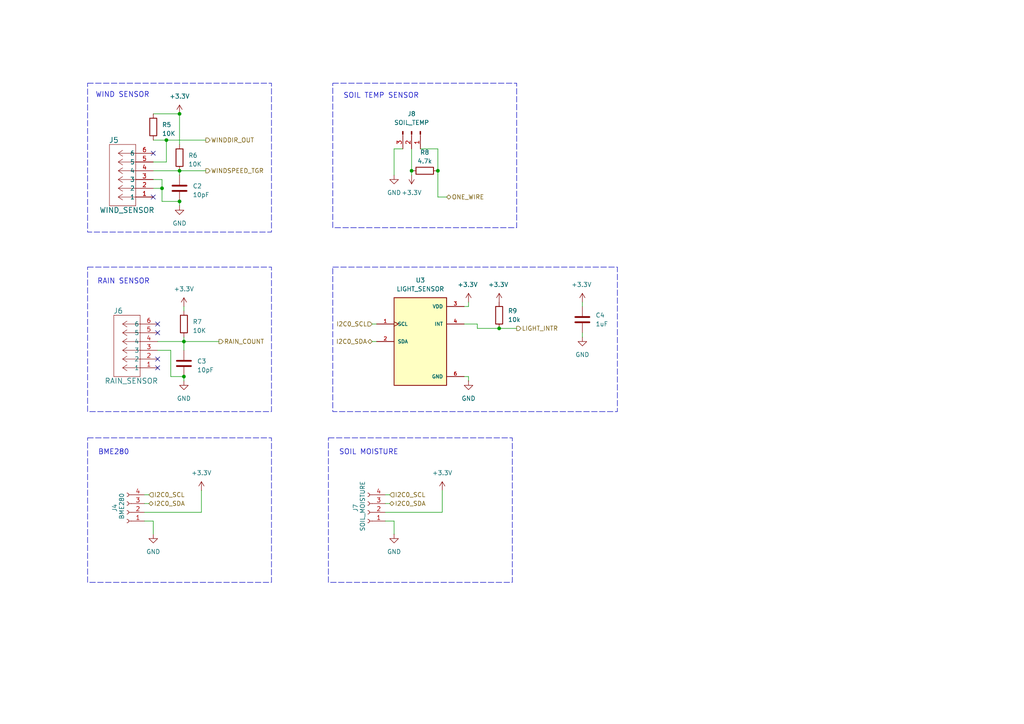
<source format=kicad_sch>
(kicad_sch (version 20231120) (generator "eeschema") (generator_version "8.0")
  (paper "A4")
  (lib_symbols
    (symbol "Connector:Conn_01x03_Pin" (pin_names (offset 1.016) hide)
      (property "Reference" "J" (at 0 5.08 0))
      (property "Value" "Conn_01x03_Pin" (at 0 -5.08 0))
      (symbol "Conn_01x03_Pin_1_1"
        (polyline (pts (xy 1.27 -2.54) (xy 0.8636 -2.54)) (stroke (width 0.1524)))
        (polyline (pts (xy 1.27 0) (xy 0.8636 0)) (stroke (width 0.1524)))
        (polyline (pts (xy 1.27 2.54) (xy 0.8636 2.54)) (stroke (width 0.1524)))
        (rectangle (start 0.8636 -2.413) (end 0 -2.667) (stroke (width 0.1524)) (fill (type outline)))
        (rectangle (start 0.8636 0.127) (end 0 -0.127) (stroke (width 0.1524)) (fill (type outline)))
        (rectangle (start 0.8636 2.667) (end 0 2.413) (stroke (width 0.1524)) (fill (type outline)))
        (pin passive line (at 5.08 2.54 180) (length 3.81) (name "Pin_1") (number "1"))
        (pin passive line (at 5.08 0 180) (length 3.81) (name "Pin_2") (number "2"))
        (pin passive line (at 5.08 -2.54 180) (length 3.81) (name "Pin_3") (number "3"))
      )
    )
    (symbol "Connector:Conn_01x04_Socket" (pin_names (offset 1.016) hide)
      (property "Reference" "J" (at 0 5.08 0))
      (property "Value" "Conn_01x04_Socket" (at 0 -7.62 0))
      (symbol "Conn_01x04_Socket_1_1"
        (arc (start 0 -4.572) (mid -0.5058 -5.08) (end 0 -5.588) (stroke (width 0.1524)))
        (arc (start 0 -2.032) (mid -0.5058 -2.54) (end 0 -3.048) (stroke (width 0.1524)))
        (polyline (pts (xy -1.27 -5.08) (xy -0.508 -5.08)) (stroke (width 0.1524)))
        (polyline (pts (xy -1.27 -2.54) (xy -0.508 -2.54)) (stroke (width 0.1524)))
        (polyline (pts (xy -1.27 0) (xy -0.508 0)) (stroke (width 0.1524)))
        (polyline (pts (xy -1.27 2.54) (xy -0.508 2.54)) (stroke (width 0.1524)))
        (arc (start 0 0.508) (mid -0.5058 0) (end 0 -0.508) (stroke (width 0.1524)))
        (arc (start 0 3.048) (mid -0.5058 2.54) (end 0 2.032) (stroke (width 0.1524)))
        (pin passive line (at -5.08 2.54 0) (length 3.81) (name "Pin_1") (number "1"))
        (pin passive line (at -5.08 0 0) (length 3.81) (name "Pin_2") (number "2"))
        (pin passive line (at -5.08 -2.54 0) (length 3.81) (name "Pin_3") (number "3"))
        (pin passive line (at -5.08 -5.08 0) (length 3.81) (name "Pin_4") (number "4"))
      )
    )
    (symbol "Device:C" (pin_numbers hide) (pin_names (offset 0.254))
      (property "Reference" "C" (at 0.635 2.54 0))
      (property "Value" "C" (at 0.635 -2.54 0))
      (symbol "C_0_1"
        (polyline (pts (xy -2.032 -0.762) (xy 2.032 -0.762)) (stroke (width 0.508)))
        (polyline (pts (xy -2.032 0.762) (xy 2.032 0.762)) (stroke (width 0.508)))
      )
      (symbol "C_1_1"
        (pin passive line (at 0 3.81 270) (length 2.794) (name "~") (number "1"))
        (pin passive line (at 0 -3.81 90) (length 2.794) (name "~") (number "2"))
      )
    )
    (symbol "Device:R" (pin_numbers hide) (pin_names (offset 0))
      (property "Reference" "R" (at 2.032 0 90))
      (property "Value" "R" (at 0 0 90))
      (symbol "R_0_1"
        (rectangle (start -1.016 -2.54) (end 1.016 2.54) (stroke (width 0.254)))
      )
      (symbol "R_1_1"
        (pin passive line (at 0 3.81 270) (length 1.27) (name "~") (number "1"))
        (pin passive line (at 0 -3.81 90) (length 1.27) (name "~") (number "2"))
      )
    )
    (symbol "GND_1" (power) (pin_numbers hide) (pin_names (offset 0) hide)
      (property "Value" "GND" (at 0 -3.81 0))
      (symbol "GND_1_0_1"
        (polyline (pts (xy 0 0) (xy 0 -1.27) (xy 1.27 -1.27) (xy 0 -2.54) (xy -1.27 -1.27) (xy 0 -1.27)))
      )
      (symbol "GND_1_1_1"
        (pin power_in line (at 0 0 270) (length 0) (name "~") (number "1"))
      )
    )
    (symbol "GND_2" (power) (pin_numbers hide) (pin_names (offset 0) hide)
      (property "Value" "GND" (at 0 -3.81 0))
      (symbol "GND_2_0_1"
        (polyline (pts (xy 0 0) (xy 0 -1.27) (xy 1.27 -1.27) (xy 0 -2.54) (xy -1.27 -1.27) (xy 0 -1.27)))
      )
      (symbol "GND_2_1_1"
        (pin power_in line (at 0 0 270) (length 0) (name "~") (number "1"))
      )
    )
    (symbol "Weather_Sensors:5555165-1" (pin_names (offset 0.254))
      (property "Reference" "J" (at 5.08 3.81 0))
      (property "Value" "5555165-1" (at 11.43 -16.51 0))
      (symbol "5555165-1_1_1"
        (polyline (pts (xy 5.08 -15.24) (xy 12.7 -15.24)) (stroke (width 0.127)))
        (polyline (pts (xy 5.08 2.54) (xy 5.08 -15.24)) (stroke (width 0.127)))
        (polyline (pts (xy 10.16 -12.7) (xy 5.08 -12.7)) (stroke (width 0.127)))
        (polyline (pts (xy 10.16 -12.7) (xy 8.89 -13.5467)) (stroke (width 0.127)))
        (polyline (pts (xy 10.16 -12.7) (xy 8.89 -11.8533)) (stroke (width 0.127)))
        (polyline (pts (xy 10.16 -10.16) (xy 5.08 -10.16)) (stroke (width 0.127)))
        (polyline (pts (xy 10.16 -10.16) (xy 8.89 -11.0067)) (stroke (width 0.127)))
        (polyline (pts (xy 10.16 -10.16) (xy 8.89 -9.3133)) (stroke (width 0.127)))
        (polyline (pts (xy 10.16 -7.62) (xy 5.08 -7.62)) (stroke (width 0.127)))
        (polyline (pts (xy 10.16 -7.62) (xy 8.89 -8.4667)) (stroke (width 0.127)))
        (polyline (pts (xy 10.16 -7.62) (xy 8.89 -6.7733)) (stroke (width 0.127)))
        (polyline (pts (xy 10.16 -5.08) (xy 5.08 -5.08)) (stroke (width 0.127)))
        (polyline (pts (xy 10.16 -5.08) (xy 8.89 -5.9267)) (stroke (width 0.127)))
        (polyline (pts (xy 10.16 -5.08) (xy 8.89 -4.2333)) (stroke (width 0.127)))
        (polyline (pts (xy 10.16 -2.54) (xy 5.08 -2.54)) (stroke (width 0.127)))
        (polyline (pts (xy 10.16 -2.54) (xy 8.89 -3.3867)) (stroke (width 0.127)))
        (polyline (pts (xy 10.16 -2.54) (xy 8.89 -1.6933)) (stroke (width 0.127)))
        (polyline (pts (xy 10.16 0) (xy 5.08 0)) (stroke (width 0.127)))
        (polyline (pts (xy 10.16 0) (xy 8.89 -0.8467)) (stroke (width 0.127)))
        (polyline (pts (xy 10.16 0) (xy 8.89 0.8467)) (stroke (width 0.127)))
        (polyline (pts (xy 12.7 -15.24) (xy 12.7 2.54)) (stroke (width 0.127)))
        (polyline (pts (xy 12.7 2.54) (xy 5.08 2.54)) (stroke (width 0.127)))
        (pin unspecified line (at 0 0 0) (length 5.08) (name "1") (number "1"))
        (pin unspecified line (at 0 -2.54 0) (length 5.08) (name "2") (number "2"))
        (pin unspecified line (at 0 -5.08 0) (length 5.08) (name "3") (number "3"))
        (pin unspecified line (at 0 -7.62 0) (length 5.08) (name "4") (number "4"))
        (pin unspecified line (at 0 -10.16 0) (length 5.08) (name "5") (number "5"))
        (pin unspecified line (at 0 -12.7 0) (length 5.08) (name "6") (number "6"))
      )
      (symbol "5555165-1_1_2"
        (polyline (pts (xy 5.08 -15.24) (xy 12.7 -15.24)) (stroke (width 0.127)))
        (polyline (pts (xy 5.08 2.54) (xy 5.08 -15.24)) (stroke (width 0.127)))
        (polyline (pts (xy 7.62 -12.7) (xy 5.08 -12.7)) (stroke (width 0.127)))
        (polyline (pts (xy 7.62 -12.7) (xy 8.89 -13.5467)) (stroke (width 0.127)))
        (polyline (pts (xy 7.62 -12.7) (xy 8.89 -11.8533)) (stroke (width 0.127)))
        (polyline (pts (xy 7.62 -10.16) (xy 5.08 -10.16)) (stroke (width 0.127)))
        (polyline (pts (xy 7.62 -10.16) (xy 8.89 -11.0067)) (stroke (width 0.127)))
        (polyline (pts (xy 7.62 -10.16) (xy 8.89 -9.3133)) (stroke (width 0.127)))
        (polyline (pts (xy 7.62 -7.62) (xy 5.08 -7.62)) (stroke (width 0.127)))
        (polyline (pts (xy 7.62 -7.62) (xy 8.89 -8.4667)) (stroke (width 0.127)))
        (polyline (pts (xy 7.62 -7.62) (xy 8.89 -6.7733)) (stroke (width 0.127)))
        (polyline (pts (xy 7.62 -5.08) (xy 5.08 -5.08)) (stroke (width 0.127)))
        (polyline (pts (xy 7.62 -5.08) (xy 8.89 -5.9267)) (stroke (width 0.127)))
        (polyline (pts (xy 7.62 -5.08) (xy 8.89 -4.2333)) (stroke (width 0.127)))
        (polyline (pts (xy 7.62 -2.54) (xy 5.08 -2.54)) (stroke (width 0.127)))
        (polyline (pts (xy 7.62 -2.54) (xy 8.89 -3.3867)) (stroke (width 0.127)))
        (polyline (pts (xy 7.62 -2.54) (xy 8.89 -1.6933)) (stroke (width 0.127)))
        (polyline (pts (xy 7.62 0) (xy 5.08 0)) (stroke (width 0.127)))
        (polyline (pts (xy 7.62 0) (xy 8.89 -0.8467)) (stroke (width 0.127)))
        (polyline (pts (xy 7.62 0) (xy 8.89 0.8467)) (stroke (width 0.127)))
        (polyline (pts (xy 12.7 -15.24) (xy 12.7 2.54)) (stroke (width 0.127)))
        (polyline (pts (xy 12.7 2.54) (xy 5.08 2.54)) (stroke (width 0.127)))
        (pin unspecified line (at 0 0 0) (length 5.08) (name "1") (number "1"))
        (pin unspecified line (at 0 -2.54 0) (length 5.08) (name "2") (number "2"))
        (pin unspecified line (at 0 -5.08 0) (length 5.08) (name "3") (number "3"))
        (pin unspecified line (at 0 -7.62 0) (length 5.08) (name "4") (number "4"))
        (pin unspecified line (at 0 -10.16 0) (length 5.08) (name "5") (number "5"))
        (pin unspecified line (at 0 -12.7 0) (length 5.08) (name "6") (number "6"))
      )
    )
    (symbol "Weather_Sensors:APDS_LightSensor" (pin_names (offset 1.016))
      (property "Reference" "U" (at -7.62 12.7 0))
      (property "Value" "APDS_LightSensor" (at -7.62 -15.24 0))
      (symbol "APDS_LightSensor_0_0"
        (rectangle (start -7.62 -12.7) (end 7.62 12.7) (stroke (width 0.254)) (fill (type background)))
        (pin input clock (at -12.7 5.08 0) (length 5.08) (name "SCL") (number "1"))
        (pin bidirectional line (at -12.7 0 0) (length 5.08) (name "SDA") (number "2"))
        (pin power_in line (at 12.7 10.16 180) (length 5.08) (name "VDD") (number "3"))
        (pin output line (at 12.7 5.08 180) (length 5.08) (name "INT") (number "4"))
        (pin power_in line (at 12.7 -10.16 180) (length 5.08) (name "GND") (number "6"))
      )
    )
    (symbol "power:+3.3V" (power) (pin_numbers hide) (pin_names (offset 0) hide)
      (property "Value" "+3.3V" (at 0 3.556 0))
      (symbol "+3.3V_0_1"
        (polyline (pts (xy -0.762 1.27) (xy 0 2.54)))
        (polyline (pts (xy 0 0) (xy 0 2.54)))
        (polyline (pts (xy 0 2.54) (xy 0.762 1.27)))
      )
      (symbol "+3.3V_1_1"
        (pin power_in line (at 0 0 90) (length 0) (name "~") (number "1"))
      )
    )
    (symbol "power:GND" (power) (pin_names (offset 0))
      (property "Value" "GND" (at 0 -3.81 0))
      (symbol "GND_0_1"
        (polyline (pts (xy 0 0) (xy 0 -1.27) (xy 1.27 -1.27) (xy 0 -2.54) (xy -1.27 -1.27) (xy 0 -1.27)))
      )
      (symbol "GND_1_1"
        (pin power_in line (at 0 0 270) (length 0) hide (name "GND") (number "1"))
      )
    )
    (symbol "power:VCC" (power) (pin_names (offset 0))
      (property "Value" "VCC" (at 0 3.81 0))
      (symbol "VCC_0_1"
        (polyline (pts (xy -0.762 1.27) (xy 0 2.54)))
        (polyline (pts (xy 0 0) (xy 0 2.54)))
        (polyline (pts (xy 0 2.54) (xy 0.762 1.27)))
      )
      (symbol "VCC_1_1"
        (pin power_in line (at 0 0 90) (length 0) hide (name "VCC") (number "1"))
      )
    )
  )
  (junction (at 52.07 33.02))
  (junction (at 119.38 49.53))
  (junction (at 52.07 58.42))
  (junction (at 48.26 40.64))
  (junction (at 144.78 95.25))
  (junction (at 127 49.53))
  (junction (at 53.34 99.06))
  (junction (at 46.99 54.61))
  (junction (at 52.07 49.53))
  (junction (at 53.34 109.22))
  (no_connect (at 45.72 104.14))
  (no_connect (at 44.45 44.45))
  (no_connect (at 44.45 57.15))
  (no_connect (at 45.72 106.68))
  (no_connect (at 45.72 93.98))
  (no_connect (at 45.72 96.52))
  (wire (pts (xy 49.53 109.22) (xy 53.34 109.22)))
  (wire (pts (xy 58.42 148.59) (xy 58.42 142.24)))
  (wire (pts (xy 53.34 88.9) (xy 53.34 90.17)))
  (wire (pts (xy 111.76 146.05) (xy 113.03 146.05)))
  (wire (pts (xy 144.78 95.25) (xy 149.86 95.25)))
  (wire (pts (xy 121.92 43.18) (xy 127 43.18)))
  (wire (pts (xy 119.38 43.18) (xy 119.38 49.53)))
  (wire (pts (xy 114.3 151.13) (xy 114.3 154.94)))
  (wire (pts (xy 44.45 49.53) (xy 52.07 49.53)))
  (wire (pts (xy 114.3 50.8) (xy 114.3 43.18)))
  (wire (pts (xy 127 57.15) (xy 129.54 57.15)))
  (wire (pts (xy 41.91 148.59) (xy 58.42 148.59)))
  (wire (pts (xy 135.89 109.22) (xy 135.89 110.49)))
  (wire (pts (xy 49.53 101.6) (xy 49.53 109.22)))
  (wire (pts (xy 119.38 49.53) (xy 119.38 50.8)))
  (wire (pts (xy 44.45 54.61) (xy 46.99 54.61)))
  (wire (pts (xy 138.43 93.98) (xy 138.43 95.25)))
  (wire (pts (xy 127 43.18) (xy 127 49.53)))
  (wire (pts (xy 41.91 151.13) (xy 44.45 151.13)))
  (wire (pts (xy 127 49.53) (xy 127 57.15)))
  (wire (pts (xy 168.91 96.52) (xy 168.91 97.79)))
  (wire (pts (xy 107.95 93.98) (xy 109.22 93.98)))
  (wire (pts (xy 111.76 148.59) (xy 128.27 148.59)))
  (wire (pts (xy 44.45 33.02) (xy 52.07 33.02)))
  (wire (pts (xy 46.99 54.61) (xy 46.99 58.42)))
  (wire (pts (xy 46.99 52.07) (xy 46.99 54.61)))
  (wire (pts (xy 45.72 99.06) (xy 53.34 99.06)))
  (wire (pts (xy 41.91 143.51) (xy 43.18 143.51)))
  (wire (pts (xy 44.45 52.07) (xy 46.99 52.07)))
  (wire (pts (xy 46.99 58.42) (xy 52.07 58.42)))
  (wire (pts (xy 53.34 97.79) (xy 53.34 99.06)))
  (wire (pts (xy 45.72 101.6) (xy 49.53 101.6)))
  (wire (pts (xy 111.76 151.13) (xy 114.3 151.13)))
  (wire (pts (xy 53.34 99.06) (xy 63.5 99.06)))
  (wire (pts (xy 44.45 46.99) (xy 48.26 46.99)))
  (wire (pts (xy 128.27 148.59) (xy 128.27 142.24)))
  (wire (pts (xy 107.95 99.06) (xy 109.22 99.06)))
  (wire (pts (xy 134.62 109.22) (xy 135.89 109.22)))
  (wire (pts (xy 48.26 40.64) (xy 59.69 40.64)))
  (wire (pts (xy 48.26 46.99) (xy 48.26 40.64)))
  (wire (pts (xy 134.62 93.98) (xy 138.43 93.98)))
  (wire (pts (xy 53.34 99.06) (xy 53.34 101.6)))
  (wire (pts (xy 41.91 146.05) (xy 43.18 146.05)))
  (wire (pts (xy 135.89 88.9) (xy 135.89 87.63)))
  (wire (pts (xy 44.45 151.13) (xy 44.45 154.94)))
  (wire (pts (xy 52.07 49.53) (xy 59.69 49.53)))
  (wire (pts (xy 53.34 109.22) (xy 53.34 110.49)))
  (wire (pts (xy 138.43 95.25) (xy 144.78 95.25)))
  (wire (pts (xy 114.3 43.18) (xy 116.84 43.18)))
  (wire (pts (xy 52.07 49.53) (xy 52.07 50.8)))
  (wire (pts (xy 111.76 143.51) (xy 113.03 143.51)))
  (wire (pts (xy 52.07 33.02) (xy 52.07 41.91)))
  (wire (pts (xy 44.45 40.64) (xy 48.26 40.64)))
  (wire (pts (xy 168.91 87.63) (xy 168.91 88.9)))
  (wire (pts (xy 52.07 58.42) (xy 52.07 59.69)))
  (wire (pts (xy 134.62 88.9) (xy 135.89 88.9)))
  (rectangle (start 25.4 24.13) (end 78.74 67.31) (stroke (width 0) (type dash)))
  (rectangle (start 95.25 127) (end 148.59 168.91) (stroke (width 0) (type dash)))
  (rectangle (start 96.52 77.47) (end 179.07 119.38) (stroke (width 0) (type dash)))
  (rectangle (start 25.4 77.47) (end 78.74 119.38) (stroke (width 0) (type dash)))
  (rectangle (start 25.4 127) (end 78.74 168.91) (stroke (width 0) (type dash)))
  (rectangle (start 96.52 24.13) (end 149.86 66.04) (stroke (width 0) (type dash)))
  (text "SOIL MOISTURE" (at 98.298 132.08 0) (effects (font (size 1.5 1.5)) (justify left bottom)))
  (text "BME280" (at 28.448 132.08 0) (effects (font (size 1.5 1.5)) (justify left bottom)))
  (text "RAIN SENSOR\n" (at 28.194 82.55 0) (effects (font (size 1.5 1.5)) (justify left bottom)))
  (text "SOIL TEMP SENSOR\n" (at 99.568 28.702 0) (effects (font (size 1.5 1.5)) (justify left bottom)))
  (text "WIND SENSOR" (at 27.686 28.448 0) (effects (font (size 1.5 1.5)) (justify left bottom)))
  (hierarchical_label "I2C0_SDA" (shape bidirectional) (at 43.18 146.05 0))
  (hierarchical_label "I2C0_SDA" (shape bidirectional) (at 113.03 146.05 0))
  (hierarchical_label "WINDDIR_OUT" (shape output) (at 59.69 40.64 0))
  (hierarchical_label "I2C0_SCL" (shape input) (at 107.95 93.98 180))
  (hierarchical_label "ONE_WIRE" (shape bidirectional) (at 129.54 57.15 0))
  (hierarchical_label "RAIN_COUNT" (shape output) (at 63.5 99.06 0))
  (hierarchical_label "I2C0_SCL" (shape input) (at 113.03 143.51 0))
  (hierarchical_label "WINDSPEED_TGR" (shape output) (at 59.69 49.53 0))
  (hierarchical_label "I2C0_SDA" (shape bidirectional) (at 107.95 99.06 180))
  (hierarchical_label "LIGHT_INTR" (shape output) (at 149.86 95.25 0))
  (hierarchical_label "I2C0_SCL" (shape input) (at 43.18 143.51 0))
  (symbol (lib_id "Connector:Conn_01x03_Pin") (at 119.38 38.1 270) (unit 1)
    (property "Reference" "J8" (at 119.38 33.02 90))
    (property "Value" "SOIL_TEMP" (at 119.38 35.56 90))
    (property "Footprint" "WeatherStation:Stemma_Vertical_Large" (effects (hide yes)))
  )
  (symbol (lib_id "power:VCC") (at 119.38 50.8 180) (unit 1)
    (property "Reference" "#PWR026" (effects (hide yes)))
    (property "Value" "+3.3V" (at 119.38 55.88 0))
  )
  (symbol (lib_name "GND_1") (lib_id "power:GND") (at 114.3 154.94 0) (unit 1)
    (property "Reference" "#PWR025" (effects (hide yes)))
    (property "Value" "GND" (at 114.3 160.02 0))
    (property "Description" "Power symbol creates a global label with name \"GND\" , ground" (effects (hide yes)))
  )
  (symbol (lib_id "power:VCC") (at 168.91 87.63 0) (unit 1)
    (property "Reference" "#PWR031" (effects (hide yes)))
    (property "Value" "+3.3V" (at 168.656 82.55 0))
  )
  (symbol (lib_id "Device:R") (at 53.34 93.98 0) (unit 1)
    (property "Reference" "R7" (at 55.88 93.345 0) (effects (justify left)))
    (property "Value" "10K" (at 55.88 95.885 0) (effects (justify left)))
    (property "Footprint" "Resistor_SMD:R_0805_2012Metric_Pad1.20x1.40mm_HandSolder" (effects (hide yes)))
  )
  (symbol (lib_id "power:VCC") (at 53.34 88.9 0) (unit 1)
    (property "Reference" "#PWR021" (effects (hide yes)))
    (property "Value" "+3.3V" (at 53.34 83.82 0))
  )
  (symbol (lib_name "GND_2") (lib_id "power:GND") (at 135.89 110.49 0) (unit 1)
    (property "Reference" "#PWR029" (effects (hide yes)))
    (property "Value" "GND" (at 135.89 115.57 0))
    (property "Description" "Power symbol creates a global label with name \"GND\" , ground" (effects (hide yes)))
  )
  (symbol (lib_id "power:GND") (at 53.34 110.49 0) (unit 1)
    (property "Reference" "#PWR022" (effects (hide yes)))
    (property "Value" "GND" (at 53.34 115.57 0))
  )
  (symbol (lib_id "power:VCC") (at 52.07 33.02 0) (unit 1)
    (property "Reference" "#PWR019" (effects (hide yes)))
    (property "Value" "+3.3V" (at 52.07 27.94 0))
  )
  (symbol (lib_id "Device:C") (at 53.34 105.41 0) (unit 1)
    (property "Reference" "C3" (at 57.15 104.775 0) (effects (justify left)))
    (property "Value" "10pF" (at 57.15 107.315 0) (effects (justify left)))
    (property "Footprint" "Capacitor_SMD:C_0805_2012Metric_Pad1.18x1.45mm_HandSolder" (effects (hide yes)))
  )
  (symbol (lib_id "Weather_Sensors:5555165-1") (at 44.45 57.15 180) (unit 1)
    (property "Reference" "J5" (at 33.02 40.64 0) (effects (font (size 1.524 1.524))))
    (property "Value" "WIND_SENSOR" (at 36.83 60.96 0) (effects (font (size 1.524 1.524))))
    (property "Footprint" "WeatherStation:RJ11_SMD" (effects (hide yes)))
    (property "Datasheet" "5555165-1" (effects (hide yes)))
  )
  (symbol (lib_id "power:GND") (at 52.07 59.69 0) (unit 1)
    (property "Reference" "#PWR020" (effects (hide yes)))
    (property "Value" "GND" (at 52.07 64.77 0))
  )
  (symbol (lib_id "Device:R") (at 52.07 45.72 0) (unit 1)
    (property "Reference" "R6" (at 54.61 45.085 0) (effects (justify left)))
    (property "Value" "10K" (at 54.61 47.625 0) (effects (justify left)))
    (property "Footprint" "Resistor_SMD:R_0805_2012Metric_Pad1.20x1.40mm_HandSolder" (effects (hide yes)))
  )
  (symbol (lib_id "Device:C") (at 168.91 92.71 0) (unit 1)
    (property "Reference" "C4" (at 172.72 91.4399 0) (effects (justify left)))
    (property "Value" "1uF" (at 172.72 93.9799 0) (effects (justify left)))
    (property "Footprint" "Capacitor_SMD:C_0805_2012Metric_Pad1.18x1.45mm_HandSolder" (effects (hide yes)))
    (property "Description" "Unpolarized capacitor" (effects (hide yes)))
  )
  (symbol (lib_id "Device:C") (at 52.07 54.61 0) (unit 1)
    (property "Reference" "C2" (at 55.88 53.975 0) (effects (justify left)))
    (property "Value" "10pF" (at 55.88 56.515 0) (effects (justify left)))
    (property "Footprint" "Capacitor_SMD:C_0805_2012Metric_Pad1.18x1.45mm_HandSolder" (effects (hide yes)))
  )
  (symbol (lib_id "power:GND") (at 114.3 50.8 0) (unit 1)
    (property "Reference" "#PWR024" (effects (hide yes)))
    (property "Value" "GND" (at 114.3 55.88 0))
  )
  (symbol (lib_id "Connector:Conn_01x04_Socket") (at 106.68 148.59 180) (unit 1)
    (property "Reference" "J7" (at 103.124 147.32 90))
    (property "Value" "SOIL_MOISTURE" (at 105.156 146.812 90))
    (property "Footprint" "WeatherStation:Stemma_Vertical_Large" (effects (hide yes)))
  )
  (symbol (lib_id "power:+3.3V") (at 58.42 142.24 0) (unit 1)
    (property "Reference" "#PWR023" (effects (hide yes)))
    (property "Value" "+3.3V" (at 58.42 137.16 0))
    (property "Description" "Power symbol creates a global label with name \"+3.3V\"" (effects (hide yes)))
  )
  (symbol (lib_id "Connector:Conn_01x04_Socket") (at 36.83 148.59 180) (unit 1)
    (property "Reference" "J4" (at 33.274 147.32 90))
    (property "Value" "BME280" (at 35.306 146.812 90))
    (property "Footprint" "WeatherStation:StemmaQT_Vertical" (effects (hide yes)))
  )
  (symbol (lib_id "Weather_Sensors:APDS_LightSensor") (at 121.92 99.06 0) (unit 1)
    (property "Reference" "U3" (at 121.92 81.28 0))
    (property "Value" "LIGHT_SENSOR" (at 121.92 83.82 0))
    (property "Footprint" "WeatherStation:APDS_LIGHT_SENSOR" (effects (hide yes)))
    (property "MANUFACTURER" "AVAGO TECHNOLOGIES" (effects (hide yes)))
    (property "STANDARD" "IPC-7351B" (effects (hide yes)))
  )
  (symbol (lib_id "Device:R") (at 44.45 36.83 0) (unit 1)
    (property "Reference" "R5" (at 46.99 36.195 0) (effects (justify left)))
    (property "Value" "10K" (at 46.99 38.735 0) (effects (justify left)))
    (property "Footprint" "Resistor_SMD:R_0805_2012Metric_Pad1.20x1.40mm_HandSolder" (effects (hide yes)))
  )
  (symbol (lib_id "Device:R") (at 144.78 91.44 0) (unit 1)
    (property "Reference" "R9" (at 147.32 90.1699 0) (effects (justify left)))
    (property "Value" "10k" (at 147.32 92.7099 0) (effects (justify left)))
    (property "Footprint" "Resistor_SMD:R_0805_2012Metric_Pad1.20x1.40mm_HandSolder" (effects (hide yes)))
    (property "Description" "Resistor" (effects (hide yes)))
  )
  (symbol (lib_name "GND_1") (lib_id "power:GND") (at 44.45 154.94 0) (unit 1)
    (property "Reference" "#PWR018" (effects (hide yes)))
    (property "Value" "GND" (at 44.45 160.02 0))
    (property "Description" "Power symbol creates a global label with name \"GND\" , ground" (effects (hide yes)))
  )
  (symbol (lib_id "power:VCC") (at 135.89 87.63 0) (unit 1)
    (property "Reference" "#PWR028" (effects (hide yes)))
    (property "Value" "+3.3V" (at 135.636 82.55 0))
  )
  (symbol (lib_id "power:VCC") (at 144.78 87.63 0) (unit 1)
    (property "Reference" "#PWR030" (effects (hide yes)))
    (property "Value" "+3.3V" (at 144.526 82.55 0))
  )
  (symbol (lib_id "Weather_Sensors:5555165-1") (at 45.72 106.68 180) (unit 1)
    (property "Reference" "J6" (at 34.29 90.17 0) (effects (font (size 1.524 1.524))))
    (property "Value" "RAIN_SENSOR" (at 38.1 110.49 0) (effects (font (size 1.524 1.524))))
    (property "Footprint" "WeatherStation:RJ11_SMD" (effects (hide yes)))
    (property "Datasheet" "5555165-1" (effects (hide yes)))
  )
  (symbol (lib_id "power:+3.3V") (at 128.27 142.24 0) (unit 1)
    (property "Reference" "#PWR027" (effects (hide yes)))
    (property "Value" "+3.3V" (at 128.27 137.16 0))
    (property "Description" "Power symbol creates a global label with name \"+3.3V\"" (effects (hide yes)))
  )
  (symbol (lib_id "Device:R") (at 123.19 49.53 270) (unit 1)
    (property "Reference" "R8" (at 123.19 44.196 90))
    (property "Value" "4.7k" (at 123.19 46.736 90))
    (property "Footprint" "Resistor_SMD:R_0805_2012Metric_Pad1.20x1.40mm_HandSolder" (effects (hide yes)))
  )
  (symbol (lib_name "GND_2") (lib_id "power:GND") (at 168.91 97.79 0) (unit 1)
    (property "Reference" "#PWR032" (effects (hide yes)))
    (property "Value" "GND" (at 168.91 102.87 0))
    (property "Description" "Power symbol creates a global label with name \"GND\" , ground" (effects (hide yes)))
  )
)
</source>
